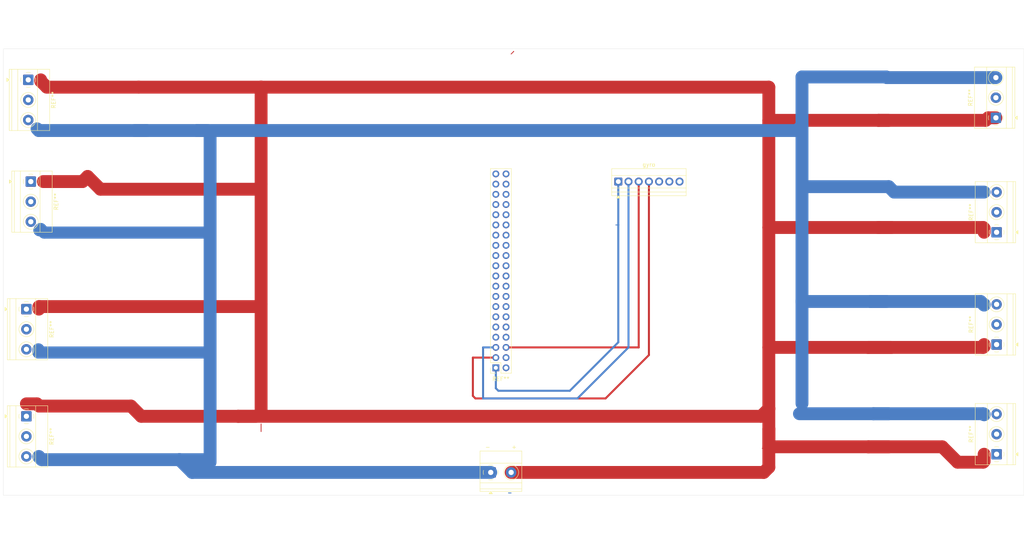
<source format=kicad_pcb>
(kicad_pcb (version 20241229) (generator "pcbnew") (generator_version "9.0")
  (layers (0 "F.Cu" signal) (2 "B.Cu" signal) (13 "F.Paste" user) (15 "B.Paste" user) (5 "F.SilkS" user "F.Silkscreen") (7 "B.SilkS" user "B.Silkscreen") (1 "F.Mask" user) (3 "B.Mask" user) (25 "Edge.Cuts" user))
  (net 0 "")
  (footprint "Connector_PinSocket_2.54mm:PinSocket_2x20_P2.54mm_Vertical" (layer "F.Cu") (at 134.62 91.44 180)
    (property "Reference" "REF**" (at -1.27 -2.77 0) (layer "F.SilkS"))
    (property "Value" "PinSocket_2x20_P2.54mm_Vertical")
    (fp_line (start 1.33 1.27) (end 1.33 49.59) (stroke (width 0.12)) (layer "F.SilkS"))
    (fp_line (start 1.33 -1.33) (end 1.33 0) (stroke (width 0.12)) (layer "F.SilkS"))
    (fp_line (start 0 -1.33) (end 1.33 -1.33) (stroke (width 0.12)) (layer "F.SilkS"))
    (fp_line (start -1.27 1.27) (end 1.33 1.27) (stroke (width 0.12)) (layer "F.SilkS"))
    (fp_line (start -1.27 -1.33) (end -1.27 1.27) (stroke (width 0.12)) (layer "F.SilkS"))
    (fp_line (start -3.87 49.59) (end 1.33 49.59) (stroke (width 0.12)) (layer "F.SilkS"))
    (fp_line (start -3.87 -1.33) (end -1.27 -1.33) (stroke (width 0.12)) (layer "F.SilkS"))
    (fp_line (start -3.87 -1.33) (end -3.87 49.59) (stroke (width 0.12)) (layer "F.SilkS"))
    (pad "1" thru_hole rect (at 0 0 180) (size 1.7 1.7) (drill 1) (layers "*.Cu" "*.Mask"))
    (pad "2" thru_hole oval (at -2.54 0 180) (size 1.7 1.7) (drill 1) (layers "*.Cu" "*.Mask"))
    (pad "3" thru_hole oval (at 0 2.54 180) (size 1.7 1.7) (drill 1) (layers "*.Cu" "*.Mask"))
    (pad "4" thru_hole oval (at -2.54 2.54 180) (size 1.7 1.7) (drill 1) (layers "*.Cu" "*.Mask"))
    (pad "5" thru_hole oval (at 0 5.08 180) (size 1.7 1.7) (drill 1) (layers "*.Cu" "*.Mask"))
    (pad "6" thru_hole oval (at -2.54 5.08 180) (size 1.7 1.7) (drill 1) (layers "*.Cu" "*.Mask"))
    (pad "7" thru_hole oval (at 0 7.62 180) (size 1.7 1.7) (drill 1) (layers "*.Cu" "*.Mask"))
    (pad "8" thru_hole oval (at -2.54 7.62 180) (size 1.7 1.7) (drill 1) (layers "*.Cu" "*.Mask"))
    (pad "9" thru_hole oval (at 0 10.16 180) (size 1.7 1.7) (drill 1) (layers "*.Cu" "*.Mask"))
    (pad "10" thru_hole oval (at -2.54 10.16 180) (size 1.7 1.7) (drill 1) (layers "*.Cu" "*.Mask"))
    (pad "11" thru_hole oval (at 0 12.7 180) (size 1.7 1.7) (drill 1) (layers "*.Cu" "*.Mask"))
    (pad "12" thru_hole oval (at -2.54 12.7 180) (size 1.7 1.7) (drill 1) (layers "*.Cu" "*.Mask"))
    (pad "13" thru_hole oval (at 0 15.24 180) (size 1.7 1.7) (drill 1) (layers "*.Cu" "*.Mask"))
    (pad "14" thru_hole oval (at -2.54 15.24 180) (size 1.7 1.7) (drill 1) (layers "*.Cu" "*.Mask"))
    (pad "15" thru_hole oval (at 0 17.78 180) (size 1.7 1.7) (drill 1) (layers "*.Cu" "*.Mask"))
    (pad "16" thru_hole oval (at -2.54 17.78 180) (size 1.7 1.7) (drill 1) (layers "*.Cu" "*.Mask"))
    (pad "17" thru_hole oval (at 0 20.32 180) (size 1.7 1.7) (drill 1) (layers "*.Cu" "*.Mask"))
    (pad "18" thru_hole oval (at -2.54 20.32 180) (size 1.7 1.7) (drill 1) (layers "*.Cu" "*.Mask"))
    (pad "19" thru_hole oval (at 0 22.86 180) (size 1.7 1.7) (drill 1) (layers "*.Cu" "*.Mask"))
    (pad "20" thru_hole oval (at -2.54 22.86 180) (size 1.7 1.7) (drill 1) (layers "*.Cu" "*.Mask"))
    (pad "21" thru_hole oval (at 0 25.4 180) (size 1.7 1.7) (drill 1) (layers "*.Cu" "*.Mask"))
    (pad "22" thru_hole oval (at -2.54 25.4 180) (size 1.7 1.7) (drill 1) (layers "*.Cu" "*.Mask"))
    (pad "23" thru_hole oval (at 0 27.94 180) (size 1.7 1.7) (drill 1) (layers "*.Cu" "*.Mask"))
    (pad "24" thru_hole oval (at -2.54 27.94 180) (size 1.7 1.7) (drill 1) (layers "*.Cu" "*.Mask"))
    (pad "25" thru_hole oval (at 0 30.48 180) (size 1.7 1.7) (drill 1) (layers "*.Cu" "*.Mask"))
    (pad "26" thru_hole oval (at -2.54 30.48 180) (size 1.7 1.7) (drill 1) (layers "*.Cu" "*.Mask"))
    (pad "27" thru_hole oval (at 0 33.02 180) (size 1.7 1.7) (drill 1) (layers "*.Cu" "*.Mask"))
    (pad "28" thru_hole oval (at -2.54 33.02 180) (size 1.7 1.7) (drill 1) (layers "*.Cu" "*.Mask"))
    (pad "29" thru_hole oval (at 0 35.56 180) (size 1.7 1.7) (drill 1) (layers "*.Cu" "*.Mask"))
    (pad "30" thru_hole oval (at -2.54 35.56 180) (size 1.7 1.7) (drill 1) (layers "*.Cu" "*.Mask"))
    (pad "31" thru_hole oval (at 0 38.1 180) (size 1.7 1.7) (drill 1) (layers "*.Cu" "*.Mask"))
    (pad "32" thru_hole oval (at -2.54 38.1 180) (size 1.7 1.7) (drill 1) (layers "*.Cu" "*.Mask"))
    (pad "33" thru_hole oval (at 0 40.64 180) (size 1.7 1.7) (drill 1) (layers "*.Cu" "*.Mask"))
    (pad "34" thru_hole oval (at -2.54 40.64 180) (size 1.7 1.7) (drill 1) (layers "*.Cu" "*.Mask"))
    (pad "35" thru_hole oval (at 0 43.18 180) (size 1.7 1.7) (drill 1) (layers "*.Cu" "*.Mask"))
    (pad "36" thru_hole oval (at -2.54 43.18 180) (size 1.7 1.7) (drill 1) (layers "*.Cu" "*.Mask"))
    (pad "37" thru_hole oval (at 0 45.72 180) (size 1.7 1.7) (drill 1) (layers "*.Cu" "*.Mask"))
    (pad "38" thru_hole oval (at -2.54 45.72 180) (size 1.7 1.7) (drill 1) (layers "*.Cu" "*.Mask"))
    (pad "39" thru_hole oval (at 0 48.26 180) (size 1.7 1.7) (drill 1) (layers "*.Cu" "*.Mask"))
    (pad "40" thru_hole oval (at -2.54 48.26 180) (size 1.7 1.7) (drill 1) (layers "*.Cu" "*.Mask"))
  )
  (footprint "TerminalBlock_Phoenix:TerminalBlock_Phoenix_MKDS-1,5-3_1x03_P5.00mm_Horizontal" (layer "F.Cu") (at 259.2525 85.645 90)
    (property "Reference" "REF**" (at 5 -6.32 90) (layer "F.SilkS"))
    (property "Value" "TerminalBlock_Phoenix_MKDS-1,5-3_1x03_P5.00mm_Horizontal")
    (fp_line (start 12.62 -5.32) (end 12.62 4.72) (stroke (width 0.12)) (layer "F.SilkS"))
    (fp_line (start -2.62 -5.32) (end 12.62 -5.32) (stroke (width 0.12)) (layer "F.SilkS"))
    (fp_line (start -2.62 -5.32) (end -2.62 4.72) (stroke (width 0.12)) (layer "F.SilkS"))
    (fp_line (start -2.62 -2.3) (end 12.62 -2.3) (stroke (width 0.12)) (layer "F.SilkS"))
    (fp_line (start 11.184 -1.411) (end 11.14 -1.367) (stroke (width 0.12)) (layer "F.SilkS"))
    (fp_line (start 6.184 -1.411) (end 6.14 -1.367) (stroke (width 0.12)) (layer "F.SilkS"))
    (fp_line (start 11.411 -1.184) (end 11.367 -1.14) (stroke (width 0.12)) (layer "F.SilkS"))
    (fp_line (start 6.411 -1.184) (end 6.367 -1.14) (stroke (width 0.12)) (layer "F.SilkS"))
    (fp_line (start 8.633 1.14) (end 8.589 1.183) (stroke (width 0.12)) (layer "F.SilkS"))
    (fp_line (start 3.633 1.14) (end 3.589 1.183) (stroke (width 0.12)) (layer "F.SilkS"))
    (fp_line (start 8.86 1.367) (end 8.816 1.41) (stroke (width 0.12)) (layer "F.SilkS"))
    (fp_line (start 3.86 1.367) (end 3.816 1.41) (stroke (width 0.12)) (layer "F.SilkS"))
    (fp_line (start -2.62 2.6) (end 12.62 2.6) (stroke (width 0.12)) (layer "F.SilkS"))
    (fp_line (start -2.62 4.1) (end 12.62 4.1) (stroke (width 0.12)) (layer "F.SilkS"))
    (fp_line (start 0.3 4.72) (end 12.62 4.72) (stroke (width 0.12)) (layer "F.SilkS"))
    (fp_line (start -2.62 4.72) (end -0.3 4.72) (stroke (width 0.12)) (layer "F.SilkS"))
    (fp_arc (start -0.54 -1.78) (mid -0.000355 -1.860107) (end 0.539321 -1.780206) (stroke (width 0.12)) (layer "F.SilkS"))
    (fp_arc (start 1.78 -0.54) (mid 1.860107 -0.000355) (end 1.780206 0.539321) (stroke (width 0.12)) (layer "F.SilkS"))
    (fp_arc (start -1.78 0.54) (mid -1.860107 0.000355) (end -1.780206 -0.539321) (stroke (width 0.12)) (layer "F.SilkS"))
    (fp_arc (start 0.54 1.78) (mid 0.000355 1.860107) (end -0.539321 1.780206) (stroke (width 0.12)) (layer "F.SilkS"))
    (fp_circle (center 10 0) (end 11.86 0) (stroke (width 0.12)) (fill no) (layer "F.SilkS"))
    (fp_circle (center 5 0) (end 6.86 0) (stroke (width 0.12)) (fill no) (layer "F.SilkS"))
    (fp_poly (pts (xy 0 4.72) (xy 0.44 5.33) (xy -0.44 5.33) (xy 0 4.72)) (stroke (width 0.12)) (fill yes) (layer "F.SilkS"))
    (pad "1" thru_hole roundrect (at 0 0 90) (size 2.6 2.6) (drill 1.3) (layers "*.Cu" "*.Mask") (roundrect_rratio 0.096154))
    (pad "2" thru_hole circle (at 5 0 90) (size 2.6 2.6) (drill 1.3) (layers "*.Cu" "*.Mask"))
    (pad "3" thru_hole circle (at 10 0 90) (size 2.6 2.6) (drill 1.3) (layers "*.Cu" "*.Mask"))
  )
  (footprint "TerminalBlock_Phoenix:TerminalBlock_Phoenix_MKDS-1,5-3_1x03_P5.00mm_Horizontal" (layer "F.Cu") (at 17.78 103.505 -90)
    (property "Reference" "REF**" (at 5 -6.32 90) (layer "F.SilkS"))
    (property "Value" "TerminalBlock_Phoenix_MKDS-1,5-3_1x03_P5.00mm_Horizontal")
    (fp_line (start -2.62 4.72) (end -0.3 4.72) (stroke (width 0.12)) (layer "F.SilkS"))
    (fp_line (start 0.3 4.72) (end 12.62 4.72) (stroke (width 0.12)) (layer "F.SilkS"))
    (fp_line (start -2.62 4.1) (end 12.62 4.1) (stroke (width 0.12)) (layer "F.SilkS"))
    (fp_line (start -2.62 2.6) (end 12.62 2.6) (stroke (width 0.12)) (layer "F.SilkS"))
    (fp_line (start 3.86 1.367) (end 3.816 1.41) (stroke (width 0.12)) (layer "F.SilkS"))
    (fp_line (start 8.86 1.367) (end 8.816 1.41) (stroke (width 0.12)) (layer "F.SilkS"))
    (fp_line (start 3.633 1.14) (end 3.589 1.183) (stroke (width 0.12)) (layer "F.SilkS"))
    (fp_line (start 8.633 1.14) (end 8.589 1.183) (stroke (width 0.12)) (layer "F.SilkS"))
    (fp_line (start 6.411 -1.184) (end 6.367 -1.14) (stroke (width 0.12)) (layer "F.SilkS"))
    (fp_line (start 11.411 -1.184) (end 11.367 -1.14) (stroke (width 0.12)) (layer "F.SilkS"))
    (fp_line (start 6.184 -1.411) (end 6.14 -1.367) (stroke (width 0.12)) (layer "F.SilkS"))
    (fp_line (start 11.184 -1.411) (end 11.14 -1.367) (stroke (width 0.12)) (layer "F.SilkS"))
    (fp_line (start -2.62 -2.3) (end 12.62 -2.3) (stroke (width 0.12)) (layer "F.SilkS"))
    (fp_line (start -2.62 -5.32) (end -2.62 4.72) (stroke (width 0.12)) (layer "F.SilkS"))
    (fp_line (start -2.62 -5.32) (end 12.62 -5.32) (stroke (width 0.12)) (layer "F.SilkS"))
    (fp_line (start 12.62 -5.32) (end 12.62 4.72) (stroke (width 0.12)) (layer "F.SilkS"))
    (fp_arc (start 0.54 1.78) (mid 0.000355 1.860107) (end -0.539321 1.780206) (stroke (width 0.12)) (layer "F.SilkS"))
    (fp_arc (start -1.78 0.54) (mid -1.860108 0.000355) (end -1.780206 -0.539321) (stroke (width 0.12)) (layer "F.SilkS"))
    (fp_arc (start 1.78 -0.54) (mid 1.860107 -0.000355) (end 1.780206 0.539321) (stroke (width 0.12)) (layer "F.SilkS"))
    (fp_arc (start -0.54 -1.78) (mid -0.000355 -1.860107) (end 0.539321 -1.780206) (stroke (width 0.12)) (layer "F.SilkS"))
    (fp_circle (center 5 0) (end 6.86 0) (stroke (width 0.12)) (fill no) (layer "F.SilkS"))
    (fp_circle (center 10 0) (end 11.86 0) (stroke (width 0.12)) (fill no) (layer "F.SilkS"))
    (fp_poly (pts (xy 0 4.72) (xy 0.44 5.33) (xy -0.44 5.33) (xy 0 4.72)) (stroke (width 0.12)) (fill yes) (layer "F.SilkS"))
    (pad "1" thru_hole roundrect (at 0 0 270) (size 2.6 2.6) (drill 1.3) (layers "*.Cu" "*.Mask") (roundrect_rratio 0.096154))
    (pad "2" thru_hole circle (at 5 0 270) (size 2.6 2.6) (drill 1.3) (layers "*.Cu" "*.Mask"))
    (pad "3" thru_hole circle (at 10 0 270) (size 2.6 2.6) (drill 1.3) (layers "*.Cu" "*.Mask"))
  )
  (footprint "TerminalBlock_Phoenix:TerminalBlock_Phoenix_MKDS-1,5-3_1x03_P5.00mm_Horizontal" (layer "F.Cu") (at 18.8775 45.085 -90)
    (property "Reference" "REF**" (at 5 -6.32 90) (layer "F.SilkS"))
    (property "Value" "TerminalBlock_Phoenix_MKDS-1,5-3_1x03_P5.00mm_Horizontal")
    (fp_line (start -2.62 4.72) (end -0.3 4.72) (stroke (width 0.12)) (layer "F.SilkS"))
    (fp_line (start 0.3 4.72) (end 12.62 4.72) (stroke (width 0.12)) (layer "F.SilkS"))
    (fp_line (start -2.62 4.1) (end 12.62 4.1) (stroke (width 0.12)) (layer "F.SilkS"))
    (fp_line (start -2.62 2.6) (end 12.62 2.6) (stroke (width 0.12)) (layer "F.SilkS"))
    (fp_line (start 3.86 1.367) (end 3.816 1.41) (stroke (width 0.12)) (layer "F.SilkS"))
    (fp_line (start 8.86 1.367) (end 8.816 1.41) (stroke (width 0.12)) (layer "F.SilkS"))
    (fp_line (start 3.633 1.14) (end 3.589 1.183) (stroke (width 0.12)) (layer "F.SilkS"))
    (fp_line (start 8.633 1.14) (end 8.589 1.183) (stroke (width 0.12)) (layer "F.SilkS"))
    (fp_line (start 6.411 -1.184) (end 6.367 -1.14) (stroke (width 0.12)) (layer "F.SilkS"))
    (fp_line (start 11.411 -1.184) (end 11.367 -1.14) (stroke (width 0.12)) (layer "F.SilkS"))
    (fp_line (start 6.184 -1.411) (end 6.14 -1.367) (stroke (width 0.12)) (layer "F.SilkS"))
    (fp_line (start 11.184 -1.411) (end 11.14 -1.367) (stroke (width 0.12)) (layer "F.SilkS"))
    (fp_line (start -2.62 -2.3) (end 12.62 -2.3) (stroke (width 0.12)) (layer "F.SilkS"))
    (fp_line (start -2.62 -5.32) (end -2.62 4.72) (stroke (width 0.12)) (layer "F.SilkS"))
    (fp_line (start -2.62 -5.32) (end 12.62 -5.32) (stroke (width 0.12)) (layer "F.SilkS"))
    (fp_line (start 12.62 -5.32) (end 12.62 4.72) (stroke (width 0.12)) (layer "F.SilkS"))
    (fp_arc (start 0.54 1.78) (mid 0.000355 1.860107) (end -0.539321 1.780206) (stroke (width 0.12)) (layer "F.SilkS"))
    (fp_arc (start -1.78 0.54) (mid -1.860108 0.000355) (end -1.780206 -0.539321) (stroke (width 0.12)) (layer "F.SilkS"))
    (fp_arc (start 1.78 -0.54) (mid 1.860107 -0.000355) (end 1.780206 0.539321) (stroke (width 0.12)) (layer "F.SilkS"))
    (fp_arc (start -0.54 -1.78) (mid -0.000355 -1.860107) (end 0.539321 -1.780206) (stroke (width 0.12)) (layer "F.SilkS"))
    (fp_circle (center 5 0) (end 6.86 0) (stroke (width 0.12)) (fill no) (layer "F.SilkS"))
    (fp_circle (center 10 0) (end 11.86 0) (stroke (width 0.12)) (fill no) (layer "F.SilkS"))
    (fp_poly (pts (xy 0 4.72) (xy 0.44 5.33) (xy -0.44 5.33) (xy 0 4.72)) (stroke (width 0.12)) (fill yes) (layer "F.SilkS"))
    (pad "1" thru_hole roundrect (at 0 0 270) (size 2.6 2.6) (drill 1.3) (layers "*.Cu" "*.Mask") (roundrect_rratio 0.096154))
    (pad "2" thru_hole circle (at 5 0 270) (size 2.6 2.6) (drill 1.3) (layers "*.Cu" "*.Mask"))
    (pad "3" thru_hole circle (at 10 0 270) (size 2.6 2.6) (drill 1.3) (layers "*.Cu" "*.Mask"))
  )
  (footprint "TerminalBlock_Phoenix:TerminalBlock_Phoenix_MKDS-1,5-3_1x03_P5.00mm_Horizontal" (layer "F.Cu") (at 17.78 76.835 -90)
    (property "Reference" "REF**" (at 5 -6.32 90) (layer "F.SilkS"))
    (property "Value" "TerminalBlock_Phoenix_MKDS-1,5-3_1x03_P5.00mm_Horizontal")
    (fp_line (start -2.62 4.72) (end -0.3 4.72) (stroke (width 0.12)) (layer "F.SilkS"))
    (fp_line (start 0.3 4.72) (end 12.62 4.72) (stroke (width 0.12)) (layer "F.SilkS"))
    (fp_line (start -2.62 4.1) (end 12.62 4.1) (stroke (width 0.12)) (layer "F.SilkS"))
    (fp_line (start -2.62 2.6) (end 12.62 2.6) (stroke (width 0.12)) (layer "F.SilkS"))
    (fp_line (start 3.86 1.367) (end 3.816 1.41) (stroke (width 0.12)) (layer "F.SilkS"))
    (fp_line (start 8.86 1.367) (end 8.816 1.41) (stroke (width 0.12)) (layer "F.SilkS"))
    (fp_line (start 3.633 1.14) (end 3.589 1.183) (stroke (width 0.12)) (layer "F.SilkS"))
    (fp_line (start 8.633 1.14) (end 8.589 1.183) (stroke (width 0.12)) (layer "F.SilkS"))
    (fp_line (start 6.411 -1.184) (end 6.367 -1.14) (stroke (width 0.12)) (layer "F.SilkS"))
    (fp_line (start 11.411 -1.184) (end 11.367 -1.14) (stroke (width 0.12)) (layer "F.SilkS"))
    (fp_line (start 6.184 -1.411) (end 6.14 -1.367) (stroke (width 0.12)) (layer "F.SilkS"))
    (fp_line (start 11.184 -1.411) (end 11.14 -1.367) (stroke (width 0.12)) (layer "F.SilkS"))
    (fp_line (start -2.62 -2.3) (end 12.62 -2.3) (stroke (width 0.12)) (layer "F.SilkS"))
    (fp_line (start -2.62 -5.32) (end -2.62 4.72) (stroke (width 0.12)) (layer "F.SilkS"))
    (fp_line (start -2.62 -5.32) (end 12.62 -5.32) (stroke (width 0.12)) (layer "F.SilkS"))
    (fp_line (start 12.62 -5.32) (end 12.62 4.72) (stroke (width 0.12)) (layer "F.SilkS"))
    (fp_arc (start 0.54 1.78) (mid 0.000355 1.860107) (end -0.539321 1.780206) (stroke (width 0.12)) (layer "F.SilkS"))
    (fp_arc (start -1.78 0.54) (mid -1.860108 0.000355) (end -1.780206 -0.539321) (stroke (width 0.12)) (layer "F.SilkS"))
    (fp_arc (start 1.78 -0.54) (mid 1.860107 -0.000355) (end 1.780206 0.539321) (stroke (width 0.12)) (layer "F.SilkS"))
    (fp_arc (start -0.54 -1.78) (mid -0.000355 -1.860107) (end 0.539321 -1.780206) (stroke (width 0.12)) (layer "F.SilkS"))
    (fp_circle (center 5 0) (end 6.86 0) (stroke (width 0.12)) (fill no) (layer "F.SilkS"))
    (fp_circle (center 10 0) (end 11.86 0) (stroke (width 0.12)) (fill no) (layer "F.SilkS"))
    (fp_poly (pts (xy 0 4.72) (xy 0.44 5.33) (xy -0.44 5.33) (xy 0 4.72)) (stroke (width 0.12)) (fill yes) (layer "F.SilkS"))
    (pad "1" thru_hole roundrect (at 0 0 270) (size 2.6 2.6) (drill 1.3) (layers "*.Cu" "*.Mask") (roundrect_rratio 0.096154))
    (pad "2" thru_hole circle (at 5 0 270) (size 2.6 2.6) (drill 1.3) (layers "*.Cu" "*.Mask"))
    (pad "3" thru_hole circle (at 10 0 270) (size 2.6 2.6) (drill 1.3) (layers "*.Cu" "*.Mask"))
  )
  (footprint "TerminalBlock_Phoenix:TerminalBlock_Phoenix_MKDS-1,5-3_1x03_P5.00mm_Horizontal" (layer "F.Cu") (at 18.2425 19.765 -90)
    (property "Reference" "REF**" (at 5 -6.32 90) (layer "F.SilkS"))
    (property "Value" "TerminalBlock_Phoenix_MKDS-1,5-3_1x03_P5.00mm_Horizontal")
    (fp_line (start -2.62 4.72) (end -0.3 4.72) (stroke (width 0.12)) (layer "F.SilkS"))
    (fp_line (start 0.3 4.72) (end 12.62 4.72) (stroke (width 0.12)) (layer "F.SilkS"))
    (fp_line (start -2.62 4.1) (end 12.62 4.1) (stroke (width 0.12)) (layer "F.SilkS"))
    (fp_line (start -2.62 2.6) (end 12.62 2.6) (stroke (width 0.12)) (layer "F.SilkS"))
    (fp_line (start 3.86 1.367) (end 3.816 1.41) (stroke (width 0.12)) (layer "F.SilkS"))
    (fp_line (start 8.86 1.367) (end 8.816 1.41) (stroke (width 0.12)) (layer "F.SilkS"))
    (fp_line (start 3.633 1.14) (end 3.589 1.183) (stroke (width 0.12)) (layer "F.SilkS"))
    (fp_line (start 8.633 1.14) (end 8.589 1.183) (stroke (width 0.12)) (layer "F.SilkS"))
    (fp_line (start 6.411 -1.184) (end 6.367 -1.14) (stroke (width 0.12)) (layer "F.SilkS"))
    (fp_line (start 11.411 -1.184) (end 11.367 -1.14) (stroke (width 0.12)) (layer "F.SilkS"))
    (fp_line (start 6.184 -1.411) (end 6.14 -1.367) (stroke (width 0.12)) (layer "F.SilkS"))
    (fp_line (start 11.184 -1.411) (end 11.14 -1.367) (stroke (width 0.12)) (layer "F.SilkS"))
    (fp_line (start -2.62 -2.3) (end 12.62 -2.3) (stroke (width 0.12)) (layer "F.SilkS"))
    (fp_line (start -2.62 -5.32) (end -2.62 4.72) (stroke (width 0.12)) (layer "F.SilkS"))
    (fp_line (start -2.62 -5.32) (end 12.62 -5.32) (stroke (width 0.12)) (layer "F.SilkS"))
    (fp_line (start 12.62 -5.32) (end 12.62 4.72) (stroke (width 0.12)) (layer "F.SilkS"))
    (fp_arc (start 0.54 1.78) (mid 0.000355 1.860107) (end -0.539321 1.780206) (stroke (width 0.12)) (layer "F.SilkS"))
    (fp_arc (start -1.78 0.54) (mid -1.860107 0.000355) (end -1.780206 -0.539321) (stroke (width 0.12)) (layer "F.SilkS"))
    (fp_arc (start 1.78 -0.54) (mid 1.860107 -0.000355) (end 1.780206 0.539321) (stroke (width 0.12)) (layer "F.SilkS"))
    (fp_arc (start -0.54 -1.78) (mid -0.000355 -1.860107) (end 0.539321 -1.780206) (stroke (width 0.12)) (layer "F.SilkS"))
    (fp_circle (center 5 0) (end 6.86 0) (stroke (width 0.12)) (fill no) (layer "F.SilkS"))
    (fp_circle (center 10 0) (end 11.86 0) (stroke (width 0.12)) (fill no) (layer "F.SilkS"))
    (fp_poly (pts (xy 0 4.72) (xy 0.44 5.33) (xy -0.44 5.33) (xy 0 4.72)) (stroke (width 0.12)) (fill yes) (layer "F.SilkS"))
    (pad "1" thru_hole roundrect (at 0 0 270) (size 2.6 2.6) (drill 1.3) (layers "*.Cu" "*.Mask") (roundrect_rratio 0.096154))
    (pad "2" thru_hole circle (at 5 0 270) (size 2.6 2.6) (drill 1.3) (layers "*.Cu" "*.Mask"))
    (pad "3" thru_hole circle (at 10 0 270) (size 2.6 2.6) (drill 1.3) (layers "*.Cu" "*.Mask"))
  )
  (footprint "TerminalBlock_Phoenix:TerminalBlock_Phoenix_MKDS-1,5-3_1x03_P5.00mm_Horizontal" (layer "F.Cu") (at 259.08 29.21 90)
    (property "Reference" "REF**" (at 5 -6.32 90) (layer "F.SilkS"))
    (property "Value" "TerminalBlock_Phoenix_MKDS-1,5-3_1x03_P5.00mm_Horizontal")
    (fp_line (start 12.62 -5.32) (end 12.62 4.72) (stroke (width 0.12)) (layer "F.SilkS"))
    (fp_line (start -2.62 -5.32) (end 12.62 -5.32) (stroke (width 0.12)) (layer "F.SilkS"))
    (fp_line (start -2.62 -5.32) (end -2.62 4.72) (stroke (width 0.12)) (layer "F.SilkS"))
    (fp_line (start -2.62 -2.3) (end 12.62 -2.3) (stroke (width 0.12)) (layer "F.SilkS"))
    (fp_line (start 11.184 -1.411) (end 11.14 -1.367) (stroke (width 0.12)) (layer "F.SilkS"))
    (fp_line (start 6.184 -1.411) (end 6.14 -1.367) (stroke (width 0.12)) (layer "F.SilkS"))
    (fp_line (start 11.411 -1.184) (end 11.367 -1.14) (stroke (width 0.12)) (layer "F.SilkS"))
    (fp_line (start 6.411 -1.184) (end 6.367 -1.14) (stroke (width 0.12)) (layer "F.SilkS"))
    (fp_line (start 8.633 1.14) (end 8.589 1.183) (stroke (width 0.12)) (layer "F.SilkS"))
    (fp_line (start 3.633 1.14) (end 3.589 1.183) (stroke (width 0.12)) (layer "F.SilkS"))
    (fp_line (start 8.86 1.367) (end 8.816 1.41) (stroke (width 0.12)) (layer "F.SilkS"))
    (fp_line (start 3.86 1.367) (end 3.816 1.41) (stroke (width 0.12)) (layer "F.SilkS"))
    (fp_line (start -2.62 2.6) (end 12.62 2.6) (stroke (width 0.12)) (layer "F.SilkS"))
    (fp_line (start -2.62 4.1) (end 12.62 4.1) (stroke (width 0.12)) (layer "F.SilkS"))
    (fp_line (start 0.3 4.72) (end 12.62 4.72) (stroke (width 0.12)) (layer "F.SilkS"))
    (fp_line (start -2.62 4.72) (end -0.3 4.72) (stroke (width 0.12)) (layer "F.SilkS"))
    (fp_arc (start -0.54 -1.78) (mid -0.000355 -1.860107) (end 0.539321 -1.780206) (stroke (width 0.12)) (layer "F.SilkS"))
    (fp_arc (start 1.78 -0.54) (mid 1.860107 -0.000355) (end 1.780206 0.539321) (stroke (width 0.12)) (layer "F.SilkS"))
    (fp_arc (start -1.78 0.54) (mid -1.860107 0.000355) (end -1.780206 -0.539321) (stroke (width 0.12)) (layer "F.SilkS"))
    (fp_arc (start 0.54 1.78) (mid 0.000355 1.860107) (end -0.539321 1.780206) (stroke (width 0.12)) (layer "F.SilkS"))
    (fp_circle (center 10 0) (end 11.86 0) (stroke (width 0.12)) (fill no) (layer "F.SilkS"))
    (fp_circle (center 5 0) (end 6.86 0) (stroke (width 0.12)) (fill no) (layer "F.SilkS"))
    (fp_poly (pts (xy 0 4.72) (xy 0.44 5.33) (xy -0.44 5.33) (xy 0 4.72)) (stroke (width 0.12)) (fill yes) (layer "F.SilkS"))
    (pad "1" thru_hole roundrect (at 0 0 90) (size 2.6 2.6) (drill 1.3) (layers "*.Cu" "*.Mask") (roundrect_rratio 0.096154))
    (pad "2" thru_hole circle (at 5 0 90) (size 2.6 2.6) (drill 1.3) (layers "*.Cu" "*.Mask"))
    (pad "3" thru_hole circle (at 10 0 90) (size 2.6 2.6) (drill 1.3) (layers "*.Cu" "*.Mask"))
  )
  (footprint "TerminalBlock:TerminalBlock_Xinya_XY308-2.54-7P_1x07_P2.54mm_Horizontal" (layer "F.Cu") (at 165.1 45.085)
    (property "Reference" "gyro" (at 7.62 -4.22 0) (layer "F.SilkS"))
    (property "Value" "TerminalBlock_Xinya_XY308-2.54-7P_1x07_P2.54mm_Horizontal")
    (fp_line (start -1.64 -3.22) (end -1.64 3.52) (stroke (width 0.12)) (layer "F.SilkS"))
    (fp_line (start -1.64 -3.22) (end 16.88 -3.22) (stroke (width 0.12)) (layer "F.SilkS"))
    (fp_line (start -1.64 -1.5) (end 16.88 -1.5) (stroke (width 0.12)) (layer "F.SilkS"))
    (fp_line (start -1.64 1.6) (end 16.88 1.6) (stroke (width 0.12)) (layer "F.SilkS"))
    (fp_line (start -1.64 2.6) (end 16.88 2.6) (stroke (width 0.12)) (layer "F.SilkS"))
    (fp_line (start -1.64 3.52) (end -0.3 3.52) (stroke (width 0.12)) (layer "F.SilkS"))
    (fp_line (start 0.3 3.52) (end 16.88 3.52) (stroke (width 0.12)) (layer "F.SilkS"))
    (fp_line (start 16.88 -3.22) (end 16.88 3.52) (stroke (width 0.12)) (layer "F.SilkS"))
    (fp_poly (pts (xy 0 3.52) (xy 0.44 4.13) (xy -0.44 4.13) (xy 0 3.52)) (stroke (width 0.12)) (fill yes) (layer "F.SilkS"))
    (pad "1" thru_hole roundrect (at 0 0) (size 2 2) (drill 1.2) (layers "*.Cu" "*.Mask") (roundrect_rratio 0.125))
    (pad "2" thru_hole circle (at 2.54 0) (size 2 2) (drill 1.2) (layers "*.Cu" "*.Mask"))
    (pad "3" thru_hole circle (at 5.08 0) (size 2 2) (drill 1.2) (layers "*.Cu" "*.Mask"))
    (pad "4" thru_hole circle (at 7.62 0) (size 2 2) (drill 1.2) (layers "*.Cu" "*.Mask"))
    (pad "5" thru_hole circle (at 10.16 0) (size 2 2) (drill 1.2) (layers "*.Cu" "*.Mask"))
    (pad "6" thru_hole circle (at 12.7 0) (size 2 2) (drill 1.2) (layers "*.Cu" "*.Mask"))
    (pad "7" thru_hole circle (at 15.24 0) (size 2 2) (drill 1.2) (layers "*.Cu" "*.Mask"))
  )
  (footprint "TerminalBlock_Phoenix:TerminalBlock_Phoenix_MKDS-1,5-3_1x03_P5.00mm_Horizontal" (layer "F.Cu") (at 259.2525 112.95 90)
    (property "Reference" "REF**" (at 5 -6.32 90) (layer "F.SilkS"))
    (property "Value" "TerminalBlock_Phoenix_MKDS-1,5-3_1x03_P5.00mm_Horizontal")
    (fp_line (start 12.62 -5.32) (end 12.62 4.72) (stroke (width 0.12)) (layer "F.SilkS"))
    (fp_line (start -2.62 -5.32) (end 12.62 -5.32) (stroke (width 0.12)) (layer "F.SilkS"))
    (fp_line (start -2.62 -5.32) (end -2.62 4.72) (stroke (width 0.12)) (layer "F.SilkS"))
    (fp_line (start -2.62 -2.3) (end 12.62 -2.3) (stroke (width 0.12)) (layer "F.SilkS"))
    (fp_line (start 11.184 -1.411) (end 11.14 -1.367) (stroke (width 0.12)) (layer "F.SilkS"))
    (fp_line (start 6.184 -1.411) (end 6.14 -1.367) (stroke (width 0.12)) (layer "F.SilkS"))
    (fp_line (start 11.411 -1.184) (end 11.367 -1.14) (stroke (width 0.12)) (layer "F.SilkS"))
    (fp_line (start 6.411 -1.184) (end 6.367 -1.14) (stroke (width 0.12)) (layer "F.SilkS"))
    (fp_line (start 8.633 1.14) (end 8.589 1.183) (stroke (width 0.12)) (layer "F.SilkS"))
    (fp_line (start 3.633 1.14) (end 3.589 1.183) (stroke (width 0.12)) (layer "F.SilkS"))
    (fp_line (start 8.86 1.367) (end 8.816 1.41) (stroke (width 0.12)) (layer "F.SilkS"))
    (fp_line (start 3.86 1.367) (end 3.816 1.41) (stroke (width 0.12)) (layer "F.SilkS"))
    (fp_line (start -2.62 2.6) (end 12.62 2.6) (stroke (width 0.12)) (layer "F.SilkS"))
    (fp_line (start -2.62 4.1) (end 12.62 4.1) (stroke (width 0.12)) (layer "F.SilkS"))
    (fp_line (start 0.3 4.72) (end 12.62 4.72) (stroke (width 0.12)) (layer "F.SilkS"))
    (fp_line (start -2.62 4.72) (end -0.3 4.72) (stroke (width 0.12)) (layer "F.SilkS"))
    (fp_arc (start -0.54 -1.78) (mid -0.000355 -1.860107) (end 0.539321 -1.780206) (stroke (width 0.12)) (layer "F.SilkS"))
    (fp_arc (start 1.78 -0.54) (mid 1.860107 -0.000355) (end 1.780206 0.539321) (stroke (width 0.12)) (layer "F.SilkS"))
    (fp_arc (start -1.78 0.54) (mid -1.860107 0.000355) (end -1.780206 -0.539321) (stroke (width 0.12)) (layer "F.SilkS"))
    (fp_arc (start 0.54 1.78) (mid 0.000355 1.860107) (end -0.539321 1.780206) (stroke (width 0.12)) (layer "F.SilkS"))
    (fp_circle (center 10 0) (end 11.86 0) (stroke (width 0.12)) (fill no) (layer "F.SilkS"))
    (fp_circle (center 5 0) (end 6.86 0) (stroke (width 0.12)) (fill no) (layer "F.SilkS"))
    (fp_poly (pts (xy 0 4.72) (xy 0.44 5.33) (xy -0.44 5.33) (xy 0 4.72)) (stroke (width 0.12)) (fill yes) (layer "F.SilkS"))
    (pad "1" thru_hole roundrect (at 0 0 90) (size 2.6 2.6) (drill 1.3) (layers "*.Cu" "*.Mask") (roundrect_rratio 0.096154))
    (pad "2" thru_hole circle (at 5 0 90) (size 2.6 2.6) (drill 1.3) (layers "*.Cu" "*.Mask"))
    (pad "3" thru_hole circle (at 10 0 90) (size 2.6 2.6) (drill 1.3) (layers "*.Cu" "*.Mask"))
  )
  (footprint "TerminalBlock_Phoenix:TerminalBlock_Phoenix_MKDS-1,5-3_1x03_P5.00mm_Horizontal" (layer "F.Cu") (at 259.2525 57.705 90)
    (property "Reference" "REF**" (at 5 -6.32 90) (layer "F.SilkS"))
    (property "Value" "TerminalBlock_Phoenix_MKDS-1,5-3_1x03_P5.00mm_Horizontal")
    (fp_line (start 12.62 -5.32) (end 12.62 4.72) (stroke (width 0.12)) (layer "F.SilkS"))
    (fp_line (start -2.62 -5.32) (end 12.62 -5.32) (stroke (width 0.12)) (layer "F.SilkS"))
    (fp_line (start -2.62 -5.32) (end -2.62 4.72) (stroke (width 0.12)) (layer "F.SilkS"))
    (fp_line (start -2.62 -2.3) (end 12.62 -2.3) (stroke (width 0.12)) (layer "F.SilkS"))
    (fp_line (start 11.184 -1.411) (end 11.14 -1.367) (stroke (width 0.12)) (layer "F.SilkS"))
    (fp_line (start 6.184 -1.411) (end 6.14 -1.367) (stroke (width 0.12)) (layer "F.SilkS"))
    (fp_line (start 11.411 -1.184) (end 11.367 -1.14) (stroke (width 0.12)) (layer "F.SilkS"))
    (fp_line (start 6.411 -1.184) (end 6.367 -1.14) (stroke (width 0.12)) (layer "F.SilkS"))
    (fp_line (start 8.633 1.14) (end 8.589 1.183) (stroke (width 0.12)) (layer "F.SilkS"))
    (fp_line (start 3.633 1.14) (end 3.589 1.183) (stroke (width 0.12)) (layer "F.SilkS"))
    (fp_line (start 8.86 1.367) (end 8.816 1.41) (stroke (width 0.12)) (layer "F.SilkS"))
    (fp_line (start 3.86 1.367) (end 3.816 1.41) (stroke (width 0.12)) (layer "F.SilkS"))
    (fp_line (start -2.62 2.6) (end 12.62 2.6) (stroke (width 0.12)) (layer "F.SilkS"))
    (fp_line (start -2.62 4.1) (end 12.62 4.1) (stroke (width 0.12)) (layer "F.SilkS"))
    (fp_line (start 0.3 4.72) (end 12.62 4.72) (stroke (width 0.12)) (layer "F.SilkS"))
    (fp_line (start -2.62 4.72) (end -0.3 4.72) (stroke (width 0.12)) (layer "F.SilkS"))
    (fp_arc (start -0.54 -1.78) (mid -0.000355 -1.860107) (end 0.539321 -1.780206) (stroke (width 0.12)) (layer "F.SilkS"))
    (fp_arc (start 1.78 -0.54) (mid 1.860107 -0.000355) (end 1.780206 0.539321) (stroke (width 0.12)) (layer "F.SilkS"))
    (fp_arc (start -1.78 0.54) (mid -1.860107 0.000355) (end -1.780206 -0.539321) (stroke (width 0.12)) (layer "F.SilkS"))
    (fp_arc (start 0.54 1.78) (mid 0.000355 1.860107) (end -0.539321 1.780206) (stroke (width 0.12)) (layer "F.SilkS"))
    (fp_circle (center 10 0) (end 11.86 0) (stroke (width 0.12)) (fill no) (layer "F.SilkS"))
    (fp_circle (center 5 0) (end 6.86 0) (stroke (width 0.12)) (fill no) (layer "F.SilkS"))
    (fp_poly (pts (xy 0 4.72) (xy 0.44 5.33) (xy -0.44 5.33) (xy 0 4.72)) (stroke (width 0.12)) (fill yes) (layer "F.SilkS"))
    (pad "1" thru_hole roundrect (at 0 0 90) (size 2.6 2.6) (drill 1.3) (layers "*.Cu" "*.Mask") (roundrect_rratio 0.096154))
    (pad "2" thru_hole circle (at 5 0 90) (size 2.6 2.6) (drill 1.3) (layers "*.Cu" "*.Mask"))
    (pad "3" thru_hole circle (at 10 0 90) (size 2.6 2.6) (drill 1.3) (layers "*.Cu" "*.Mask"))
  )
  (footprint "TerminalBlock_Phoenix:TerminalBlock_Phoenix_MKDS-1,5-2-5.08_1x02_P5.08mm_Horizontal" (layer "F.Cu") (at 133.35 117.475)
    (property "Reference" "-       +" (at 2.54 -6.32 0) (layer "F.SilkS"))
    (property "Value" "TerminalBlock_Phoenix_MKDS-1,5-2-5.08_1x02_P5.08mm_Horizontal")
    (fp_line (start -2.66 -5.32) (end -2.66 4.72) (stroke (width 0.12)) (layer "F.SilkS"))
    (fp_line (start -2.66 -5.32) (end 7.74 -5.32) (stroke (width 0.12)) (layer "F.SilkS"))
    (fp_line (start -2.66 -2.3) (end 7.74 -2.3) (stroke (width 0.12)) (layer "F.SilkS"))
    (fp_line (start -2.66 2.6) (end 7.74 2.6) (stroke (width 0.12)) (layer "F.SilkS"))
    (fp_line (start -2.66 4.1) (end 7.74 4.1) (stroke (width 0.12)) (layer "F.SilkS"))
    (fp_line (start -2.66 4.72) (end -0.3 4.72) (stroke (width 0.12)) (layer "F.SilkS"))
    (fp_line (start 0.3 4.72) (end 7.74 4.72) (stroke (width 0.12)) (layer "F.SilkS"))
    (fp_line (start 3.713 1.14) (end 3.669 1.183) (stroke (width 0.12)) (layer "F.SilkS"))
    (fp_line (start 3.94 1.367) (end 3.896 1.41) (stroke (width 0.12)) (layer "F.SilkS"))
    (fp_line (start 6.264 -1.411) (end 6.22 -1.367) (stroke (width 0.12)) (layer "F.SilkS"))
    (fp_line (start 6.491 -1.184) (end 6.447 -1.14) (stroke (width 0.12)) (layer "F.SilkS"))
    (fp_line (start 7.74 -5.32) (end 7.74 4.72) (stroke (width 0.12)) (layer "F.SilkS"))
    (fp_arc (start -1.78 0.54) (mid -1.860107 0.000355) (end -1.780206 -0.539321) (stroke (width 0.12)) (layer "F.SilkS"))
    (fp_arc (start -0.54 -1.78) (mid -0.000355 -1.860107) (end 0.539321 -1.780206) (stroke (width 0.12)) (layer "F.SilkS"))
    (fp_arc (start 0.54 1.78) (mid 0.000355 1.860107) (end -0.539321 1.780206) (stroke (width 0.12)) (layer "F.SilkS"))
    (fp_arc (start 1.78 -0.54) (mid 1.860107 -0.000355) (end 1.780206 0.539321) (stroke (width 0.12)) (layer "F.SilkS"))
    (fp_circle (center 5.08 0) (end 6.94 0) (stroke (width 0.12)) (fill no) (layer "F.SilkS"))
    (fp_poly (pts (xy 0 4.72) (xy 0.44 5.33) (xy -0.44 5.33) (xy 0 4.72)) (stroke (width 0.12)) (fill yes) (layer "F.SilkS"))
    (pad "1" thru_hole roundrect (at 0 0) (size 2.6 2.6) (drill 1.3) (layers "*.Cu" "*.Mask") (roundrect_rratio 0.096154))
    (pad "2" thru_hole circle (at 5.08 0) (size 2.6 2.6) (drill 1.3) (layers "*.Cu" "*.Mask"))
  )
  (gr_rect (start 12.065 12.065) (end 266.065 123.19) (stroke (width 0.05)) (fill no) (layer "Edge.Cuts"))
  (segment (start 229.87 56.515) (end 255.905 56.515) (width 3.2) (layer "F.Cu") (net 0))
  (segment (start 256.1515 114.6885) (end 256.1515 112.95) (width 3.2) (layer "F.Cu") (net 0))
  (segment (start 255.905 86.36) (end 256.1515 86.1135) (width 3.2) (layer "F.Cu") (net 0))
  (segment (start 227.33 86.36) (end 202.565 86.36) (width 3.2) (layer "F.Cu") (net 0))
  (segment (start 256.1515 56.7615) (end 256.1515 57.705) (width 3.2) (layer "F.Cu") (net 0))
  (segment (start 75.565 76.2) (end 20.955 76.2) (width 3.2) (layer "F.Cu") (net 0))
  (segment (start 233.045 86.36) (end 227.33 86.36) (width 3.2) (layer "F.Cu") (net 0))
  (segment (start 128.905 98.425) (end 128.905 88.9) (width 0.5) (layer "F.Cu") (net 0))
  (segment (start 202.164 110.256) (end 202.164 109.855) (width 0.2) (layer "F.Cu") (net 0))
  (segment (start 76.2 75.565) (end 76.2 45.72) (width 3.2) (layer "F.Cu") (net 0))
  (segment (start 229.87 29.845) (end 256.54 29.845) (width 3.2) (layer "F.Cu") (net 0))
  (segment (start 256.1515 86.1135) (end 256.1515 85.645) (width 3.2) (layer "F.Cu") (net 0))
  (segment (start 227.33 111.097378) (end 232.437622 111.097378) (width 3.2) (layer "F.Cu") (net 0))
  (segment (start 202.565 86.36) (end 202.565 101.6) (width 3.2) (layer "F.Cu") (net 0))
  (segment (start 22.86 21.59) (end 21.3435 20.0735) (width 3.2) (layer "F.Cu") (net 0))
  (segment (start 20.955 76.2) (end 20.881 76.274) (width 3.2) (layer "F.Cu") (net 0))
  (segment (start 249.555 114.935) (end 255.905 114.935) (width 3.2) (layer "F.Cu") (net 0))
  (segment (start 76.2 102.235) (end 76.2 75.565) (width 3.2) (layer "F.Cu") (net 0))
  (segment (start 202.565 106.68) (end 202.565 111.097378) (width 3.2) (layer "F.Cu") (net 0))
  (segment (start 70.485 103.505) (end 74.93 103.505) (width 3.2) (layer "F.Cu") (net 0))
  (segment (start 74.93 46.99) (end 76.2 45.72) (width 0.2) (layer "F.Cu") (net 0))
  (segment (start 129.54 99.06) (end 128.905 98.425) (width 0.5) (layer "F.Cu") (net 0))
  (segment (start 170.18 86.36) (end 137.16 86.36) (width 0.5) (layer "F.Cu") (net 0))
  (segment (start 20.394 100.404) (end 17.78 100.404) (width 3.2) (layer "F.Cu") (net 0))
  (segment (start 202.565 106.68) (end 202.565 116.205) (width 3.2) (layer "F.Cu") (net 0))
  (segment (start 31.75 45.085) (end 21.9785 45.085) (width 3.2) (layer "F.Cu") (net 0))
  (segment (start 255.905 114.935) (end 256.1515 114.6885) (width 3.2) (layer "F.Cu") (net 0))
  (segment (start 76.2 21.59) (end 45.72 21.59) (width 3.2) (layer "F.Cu") (net 0))
  (segment (start 74.93 103.505) (end 76.2 102.235) (width 0.2) (layer "F.Cu") (net 0))
  (segment (start 202.565 101.6) (end 202.565 106.68) (width 3.2) (layer "F.Cu") (net 0))
  (segment (start 128.905 88.9) (end 134.62 88.9) (width 0.5) (layer "F.Cu") (net 0))
  (segment (start 170.18 45.085) (end 170.18 86.36) (width 0.5) (layer "F.Cu") (net 0))
  (segment (start 33.02 43.815) (end 31.75 45.085) (width 3.2) (layer "F.Cu") (net 0))
  (segment (start 257.175 29.21) (end 259.08 29.21) (width 3.2) (layer "F.Cu") (net 0))
  (segment (start 46.355 103.505) (end 43.815 100.965) (width 3.2) (layer "F.Cu") (net 0))
  (segment (start 202.565 56.515) (end 202.565 86.36) (width 3.2) (layer "F.Cu") (net 0))
  (segment (start 232.41 28.575) (end 232.41 29.845) (width 0.2) (layer "F.Cu") (net 0))
  (segment (start 43.815 100.965) (end 20.955 100.965) (width 3.2) (layer "F.Cu") (net 0))
  (segment (start 138.43 117.475) (end 201.295 117.475) (width 3.2) (layer "F.Cu") (net 0))
  (segment (start 202.565 116.205) (end 201.295 117.475) (width 3.2) (layer "F.Cu") (net 0))
  (segment (start 46.355 103.505) (end 70.485 103.505) (width 3.2) (layer "F.Cu") (net 0))
  (segment (start 232.41 29.845) (end 229.87 29.845) (width 3.2) (layer "F.Cu") (net 0))
  (segment (start 200.921622 111.498378) (end 202.164 110.256) (width 0.2) (layer "F.Cu") (net 0))
  (segment (start 70.485 103.505) (end 200.66 103.505) (width 3.2) (layer "F.Cu") (net 0))
  (segment (start 74.93 46.99) (end 36.195 46.99) (width 3.2) (layer "F.Cu") (net 0))
  (segment (start 20.881 76.274) (end 20.881 76.835) (width 3.2) (layer "F.Cu") (net 0))
  (segment (start 202.565 31.75) (end 202.565 56.515) (width 3.2) (layer "F.Cu") (net 0))
  (segment (start 76.2 107.315) (end 76.2 105.41) (width 0.2) (layer "F.Cu") (net 0))
  (segment (start 161.925 99.06) (end 129.54 99.06) (width 0.5) (layer "F.Cu") (net 0))
  (segment (start 256.54 29.845) (end 257.175 29.21) (width 3.2) (layer "F.Cu") (net 0))
  (segment (start 227.33 86.36) (end 255.905 86.36) (width 3.2) (layer "F.Cu") (net 0))
  (segment (start 233.045 85.09) (end 233.045 86.36) (width 0.2) (layer "F.Cu") (net 0))
  (segment (start 245.717378 111.097378) (end 249.555 114.935) (width 3.2) (layer "F.Cu") (net 0))
  (segment (start 138.43 13.335) (end 139.065 12.7) (width 0.2) (layer "F.Cu") (net 0))
  (segment (start 172.72 88.265) (end 161.925 99.06) (width 0.5) (layer "F.Cu") (net 0))
  (segment (start 202.565 111.097378) (end 227.33 111.097378) (width 3.2) (layer "F.Cu") (net 0))
  (segment (start 45.72 21.59) (end 22.86 21.59) (width 3.2) (layer "F.Cu") (net 0))
  (segment (start 255.905 56.515) (end 256.1515 56.7615) (width 3.2) (layer "F.Cu") (net 0))
  (segment (start 202.565 29.845) (end 202.565 31.75) (width 3.2) (layer "F.Cu") (net 0))
  (segment (start 139.065 12.7) (end 139.065 12.666) (width 0.2) (layer "F.Cu") (net 0))
  (segment (start 36.195 46.99) (end 33.02 43.815) (width 3.2) (layer "F.Cu") (net 0))
  (segment (start 233.045 56.515) (end 229.87 56.515) (width 3.2) (layer "F.Cu") (net 0))
  (segment (start 202.565 21.59) (end 76.2 21.59) (width 3.2) (layer "F.Cu") (net 0))
  (segment (start 232.437622 111.097378) (end 233.045 110.49) (width 0.2) (layer "F.Cu") (net 0))
  (segment (start 21.3435 20.0735) (end 21.3435 19.765) (width 3.2) (layer "F.Cu") (net 0))
  (segment (start 76.2 45.72) (end 76.2 21.59) (width 3.2) (layer "F.Cu") (net 0))
  (segment (start 75.565 76.2) (end 76.2 75.565) (width 0.2) (layer "F.Cu") (net 0))
  (segment (start 20.955 100.965) (end 20.394 100.404) (width 3.2) (layer "F.Cu") (net 0))
  (segment (start 202.164 109.855) (end 202.164 111.097378) (width 0.2) (layer "F.Cu") (net 0))
  (segment (start 229.87 29.845) (end 202.565 29.845) (width 3.2) (layer "F.Cu") (net 0))
  (segment (start 172.72 45.085) (end 172.72 88.265) (width 0.5) (layer "F.Cu") (net 0))
  (segment (start 202.565 21.59) (end 202.565 31.75) (width 3.2) (layer "F.Cu") (net 0))
  (segment (start 227.33 111.097378) (end 245.717378 111.097378) (width 3.2) (layer "F.Cu") (net 0))
  (segment (start 200.66 103.505) (end 202.565 101.6) (width 3.2) (layer "F.Cu") (net 0))
  (segment (start 233.045 55.88) (end 233.045 56.515) (width 0.2) (layer "F.Cu") (net 0))
  (segment (start 229.87 56.515) (end 202.565 56.515) (width 3.2) (layer "F.Cu") (net 0))
  (via (at 165.1 45.085) (size 0.6) (drill 0.3) (layers "F.Cu" "B.Cu") (net 0))
  (segment (start 44.7335 32.385) (end 41.91 32.385) (width 0.2) (layer "B.Cu") (net 0))
  (segment (start 228.6 102.87) (end 255.905 102.87) (width 3.2) (layer "B.Cu") (net 0))
  (segment (start 137.829 122.589) (end 137.795 122.555) (width 0.2) (layer "B.Cu") (net 0))
  (segment (start 211.455 46.355) (end 232.41 46.355) (width 3.2) (layer "B.Cu") (net 0))
  (segment (start 22.225 57.785) (end 21.323277 56.883277) (width 3) (layer "B.Cu") (net 0))
  (segment (start 131.445 99.06) (end 154.94 99.06) (width 0.5) (layer "B.Cu") (net 0))
  (segment (start 231.775 19.05) (end 210.82 19.05) (width 3.2) (layer "B.Cu") (net 0))
  (segment (start 255.27 74.93) (end 256.1515 75.8115) (width 3.2) (layer "B.Cu") (net 0))
  (segment (start 60.325 32.385) (end 47.625 32.385) (width 3.2) (layer "B.Cu") (net 0))
  (segment (start 21.323277 56.883277) (end 20.999528 57.207026) (width 3) (layer "B.Cu") (net 0))
  (segment (start 256.1515 102.95) (end 256.1515 103.1165) (width 3.2) (layer "B.Cu") (net 0))
  (segment (start 47.625 32.385) (end 20.8625 32.385) (width 3.2) (layer "B.Cu") (net 0))
  (segment (start 20.881 113.591) (end 20.881 113.505) (width 3.2) (layer "B.Cu") (net 0))
  (segment (start 233.76 47.705) (end 256.1515 47.705) (width 3.2) (layer "B.Cu") (net 0))
  (segment (start 62.865 57.785) (end 63.5 57.15) (width 0.2) (layer "B.Cu") (net 0))
  (segment (start 62.865 32.385) (end 60.325 32.385) (width 3.2) (layer "B.Cu") (net 0))
  (segment (start 210.82 19.05) (end 210.82 31.115) (width 3.2) (layer "B.Cu") (net 0))
  (segment (start 63.5 87.63) (end 63.5 57.15) (width 3.2) (layer "B.Cu") (net 0))
  (segment (start 210.82 102.235) (end 210.185 102.87) (width 0.2) (layer "B.Cu") (net 0))
  (segment (start 63.5 114.935) (end 63.5 87.63) (width 3.2) (layer "B.Cu") (net 0))
  (segment (start 231.775 19.05) (end 231.935 19.21) (width 3.2) (layer "B.Cu") (net 0))
  (segment (start 227.965 74.93) (end 255.27 74.93) (width 3.2) (layer "B.Cu") (net 0))
  (segment (start 165.1 55.88) (end 164.465 55.88) (width 0.2) (layer "B.Cu") (net 0))
  (segment (start 63.5 87.63) (end 20.781 87.63) (width 3) (layer "B.Cu") (net 0))
  (segment (start 134.62 86.36) (end 131.445 86.36) (width 0.5) (layer "B.Cu") (net 0))
  (segment (start 232.7615 103.2215) (end 232.7615 103.505) (width 0.2) (layer "B.Cu") (net 0))
  (segment (start 210.82 31.115) (end 210.82 74.93) (width 3.2) (layer "B.Cu") (net 0))
  (segment (start 20.8625 32.385) (end 20.435238 31.957738) (width 3.2) (layer "B.Cu") (net 0))
  (segment (start 62.865 114.3) (end 55.88 114.3) (width 3.2) (layer "B.Cu") (net 0))
  (segment (start 210.82 74.93) (end 210.82 100.33) (width 3.2) (layer "B.Cu") (net 0))
  (segment (start 63.5 114.935) (end 62.865 114.3) (width 0.2) (layer "B.Cu") (net 0))
  (segment (start 165.1 55.88) (end 165.1 85.09) (width 0.5) (layer "B.Cu") (net 0))
  (segment (start 231.935 19.21) (end 259.08 19.21) (width 3.2) (layer "B.Cu") (net 0))
  (segment (start 47.625 32.385) (end 44.7335 32.385) (width 3.2) (layer "B.Cu") (net 0))
  (segment (start 59.055 117.475) (end 133.35 117.475) (width 3.2) (layer "B.Cu") (net 0))
  (segment (start 210.82 74.93) (end 227.965 74.93) (width 3.2) (layer "B.Cu") (net 0))
  (segment (start 153.035 97.155) (end 135.255 97.155) (width 0.5) (layer "B.Cu") (net 0))
  (segment (start 211.455 100.965) (end 210.82 100.33) (width 0.2) (layer "B.Cu") (net 0))
  (segment (start 60.325 32.385) (end 209.55 32.385) (width 3.2) (layer "B.Cu") (net 0))
  (segment (start 232.41 102.87) (end 232.7615 103.2215) (width 0.2) (layer "B.Cu") (net 0))
  (segment (start 231.775 74.93) (end 232.41 74.295) (width 0.2) (layer "B.Cu") (net 0))
  (segment (start 227.965 74.93) (end 231.775 74.93) (width 3.2) (layer "B.Cu") (net 0))
  (segment (start 154.94 99.06) (end 167.64 86.36) (width 0.5) (layer "B.Cu") (net 0))
  (segment (start 63.5 57.15) (end 63.5 33.02) (width 3.2) (layer "B.Cu") (net 0))
  (segment (start 55.88 114.3) (end 59.055 117.475) (width 3.2) (layer "B.Cu") (net 0))
  (segment (start 44.7335 32.385) (end 44.7335 33.02) (width 0.2) (layer "B.Cu") (net 0))
  (segment (start 256.1515 75.8115) (end 256.1515 75.645) (width 3.2) (layer "B.Cu") (net 0))
  (segment (start 134.62 96.52) (end 134.62 91.44) (width 0.5) (layer "B.Cu") (net 0))
  (segment (start 137.829 122.589) (end 138.43 122.589) (width 0.2) (layer "B.Cu") (net 0))
  (segment (start 167.64 86.36) (end 167.64 45.085) (width 0.5) (layer "B.Cu") (net 0))
  (segment (start 209.55 32.385) (end 210.82 31.115) (width 3.2) (layer "B.Cu") (net 0))
  (segment (start 20.781 87.63) (end 20.781 86.835) (width 3) (layer "B.Cu") (net 0))
  (segment (start 165.1 45.085) (end 165.1 55.88) (width 0.5) (layer "B.Cu") (net 0))
  (segment (start 63.5 114.935) (end 63.5 116.205) (width 0.2) (layer "B.Cu") (net 0))
  (segment (start 210.82 100.33) (end 210.82 102.235) (width 0.2) (layer "B.Cu") (net 0))
  (segment (start 63.5 33.02) (end 62.865 32.385) (width 0.2) (layer "B.Cu") (net 0))
  (segment (start 135.255 97.155) (end 134.62 96.52) (width 0.5) (layer "B.Cu") (net 0))
  (segment (start 165.1 85.09) (end 153.035 97.155) (width 0.5) (layer "B.Cu") (net 0))
  (segment (start 21.59 114.3) (end 20.881 113.591) (width 3.2) (layer "B.Cu") (net 0))
  (segment (start 131.445 86.36) (end 131.445 99.06) (width 0.5) (layer "B.Cu") (net 0))
  (segment (start 55.88 114.3) (end 21.59 114.3) (width 3.2) (layer "B.Cu") (net 0))
  (segment (start 255.905 102.87) (end 256.1515 103.1165) (width 3.2) (layer "B.Cu") (net 0))
  (segment (start 232.41 46.355) (end 233.76 47.705) (width 3.2) (layer "B.Cu") (net 0))
  (segment (start 228.6 102.87) (end 232.41 102.87) (width 3.2) (layer "B.Cu") (net 0))
  (segment (start 210.185 102.87) (end 228.6 102.87) (width 3.2) (layer "B.Cu") (net 0))
  (segment (start 62.865 57.785) (end 22.225 57.785) (width 3) (layer "B.Cu") (net 0))
)
</source>
